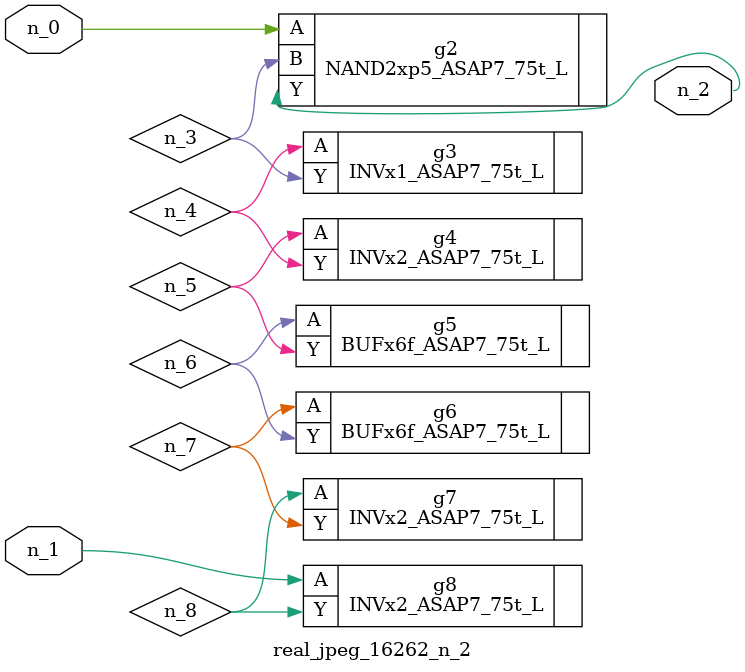
<source format=v>
module real_jpeg_16262_n_2 (n_1, n_0, n_2);

input n_1;
input n_0;

output n_2;

wire n_5;
wire n_4;
wire n_8;
wire n_6;
wire n_7;
wire n_3;

NAND2xp5_ASAP7_75t_L g2 ( 
.A(n_0),
.B(n_3),
.Y(n_2)
);

INVx2_ASAP7_75t_L g8 ( 
.A(n_1),
.Y(n_8)
);

INVx1_ASAP7_75t_L g3 ( 
.A(n_4),
.Y(n_3)
);

INVx2_ASAP7_75t_L g4 ( 
.A(n_5),
.Y(n_4)
);

BUFx6f_ASAP7_75t_L g5 ( 
.A(n_6),
.Y(n_5)
);

BUFx6f_ASAP7_75t_L g6 ( 
.A(n_7),
.Y(n_6)
);

INVx2_ASAP7_75t_L g7 ( 
.A(n_8),
.Y(n_7)
);


endmodule
</source>
